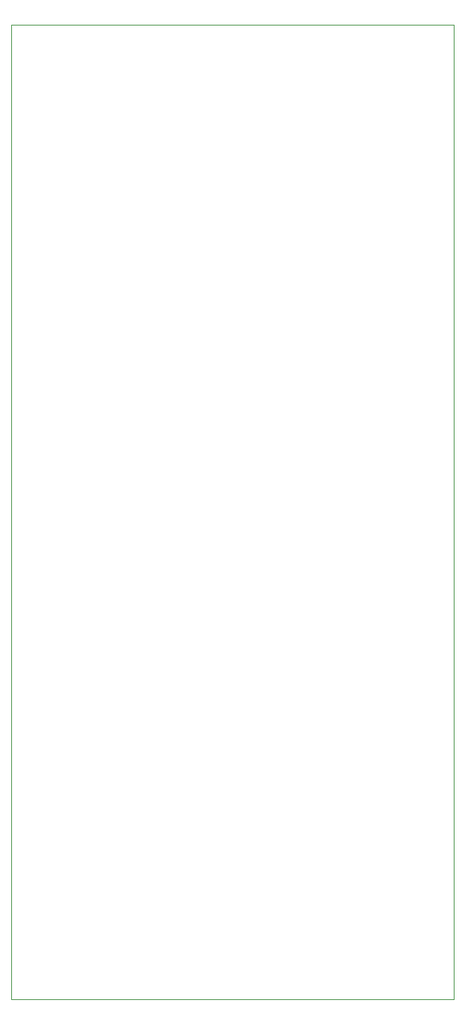
<source format=gm1>
G04 #@! TF.GenerationSoftware,KiCad,Pcbnew,8.0.6-8.0.6-0~ubuntu22.04.1*
G04 #@! TF.CreationDate,2025-02-02T12:48:23+01:00*
G04 #@! TF.ProjectId,Drumbox,4472756d-626f-4782-9e6b-696361645f70,rev?*
G04 #@! TF.SameCoordinates,Original*
G04 #@! TF.FileFunction,Profile,NP*
%FSLAX46Y46*%
G04 Gerber Fmt 4.6, Leading zero omitted, Abs format (unit mm)*
G04 Created by KiCad (PCBNEW 8.0.6-8.0.6-0~ubuntu22.04.1) date 2025-02-02 12:48:23*
%MOMM*%
%LPD*%
G01*
G04 APERTURE LIST*
G04 #@! TA.AperFunction,Profile*
%ADD10C,0.050000*%
G04 #@! TD*
G04 APERTURE END LIST*
D10*
X47900000Y-33800000D02*
X97900000Y-33800000D01*
X97900000Y-33800000D02*
X97900000Y-143800000D01*
X47900000Y-33800000D02*
X47900000Y-143800000D01*
X47900000Y-143800000D02*
X97900000Y-143800000D01*
M02*

</source>
